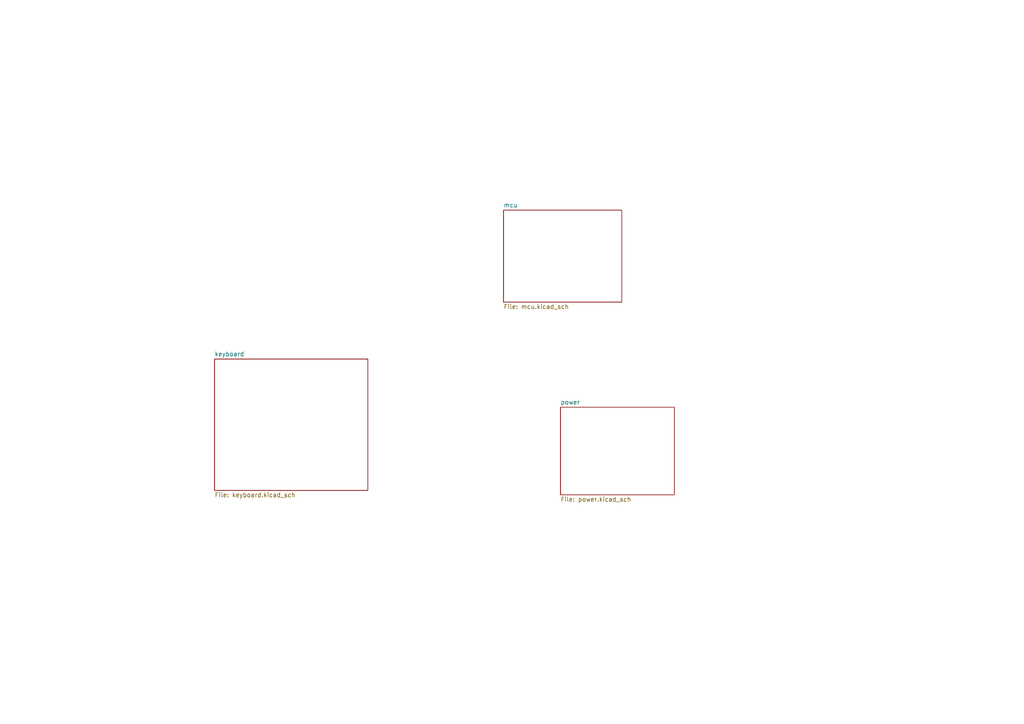
<source format=kicad_sch>
(kicad_sch
	(version 20231120)
	(generator "eeschema")
	(generator_version "8.0")
	(uuid "dc4a3d77-b0f8-4e90-a4be-3e93c7025348")
	(paper "A4")
	(lib_symbols)
	(sheet
		(at 62.23 104.14)
		(size 44.45 38.1)
		(fields_autoplaced yes)
		(stroke
			(width 0.1524)
			(type solid)
		)
		(fill
			(color 0 0 0 0.0000)
		)
		(uuid "c21a255b-57d7-42f2-a297-078efe3a9c86")
		(property "Sheetname" "keyboard"
			(at 62.23 103.4284 0)
			(effects
				(font
					(size 1.27 1.27)
				)
				(justify left bottom)
			)
		)
		(property "Sheetfile" "keyboard.kicad_sch"
			(at 62.23 142.8246 0)
			(effects
				(font
					(size 1.27 1.27)
				)
				(justify left top)
			)
		)
		(instances
			(project "badge"
				(path "/dc4a3d77-b0f8-4e90-a4be-3e93c7025348"
					(page "3")
				)
			)
		)
	)
	(sheet
		(at 146.05 60.96)
		(size 34.29 26.67)
		(fields_autoplaced yes)
		(stroke
			(width 0.1524)
			(type solid)
		)
		(fill
			(color 0 0 0 0.0000)
		)
		(uuid "d3fb9833-a00e-444d-9e5a-c108fd26b22a")
		(property "Sheetname" "mcu"
			(at 146.05 60.2484 0)
			(effects
				(font
					(size 1.27 1.27)
				)
				(justify left bottom)
			)
		)
		(property "Sheetfile" "mcu.kicad_sch"
			(at 146.05 88.2146 0)
			(effects
				(font
					(size 1.27 1.27)
				)
				(justify left top)
			)
		)
		(instances
			(project "badge"
				(path "/dc4a3d77-b0f8-4e90-a4be-3e93c7025348"
					(page "2")
				)
			)
		)
	)
	(sheet
		(at 162.56 118.11)
		(size 33.02 25.4)
		(fields_autoplaced yes)
		(stroke
			(width 0.1524)
			(type solid)
		)
		(fill
			(color 0 0 0 0.0000)
		)
		(uuid "fa1edb42-107e-4301-94d6-2222638475c5")
		(property "Sheetname" "power"
			(at 162.56 117.3984 0)
			(effects
				(font
					(size 1.27 1.27)
				)
				(justify left bottom)
			)
		)
		(property "Sheetfile" "power.kicad_sch"
			(at 162.56 144.0946 0)
			(effects
				(font
					(size 1.27 1.27)
				)
				(justify left top)
			)
		)
		(instances
			(project "badge"
				(path "/dc4a3d77-b0f8-4e90-a4be-3e93c7025348"
					(page "4")
				)
			)
		)
	)
	(sheet_instances
		(path "/"
			(page "1")
		)
	)
)
</source>
